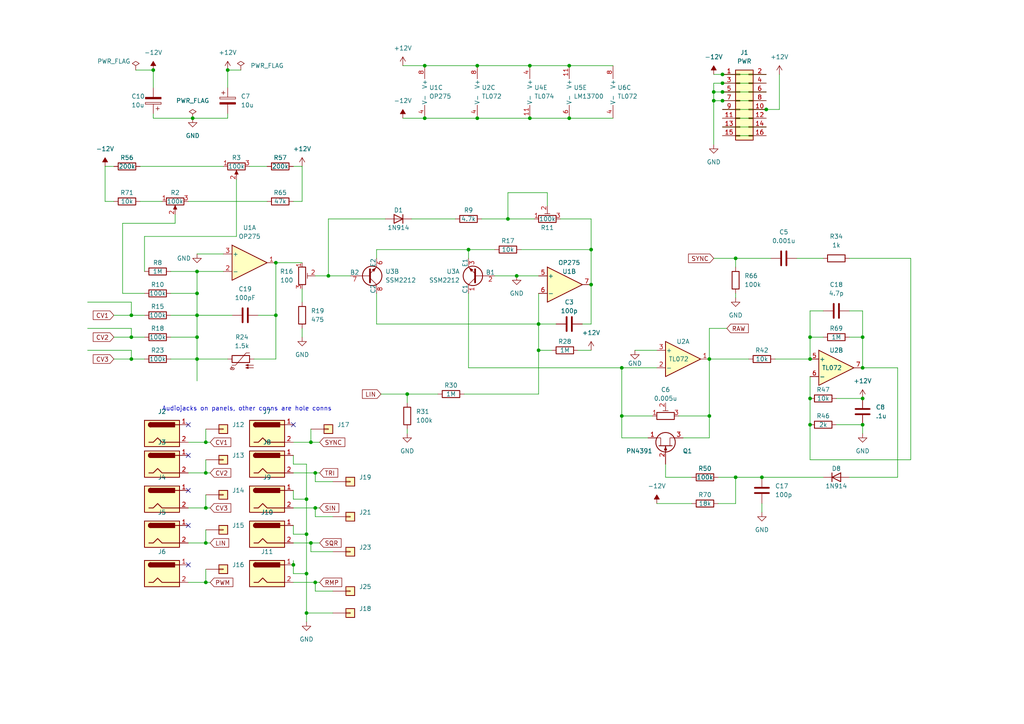
<source format=kicad_sch>
(kicad_sch (version 20211123) (generator eeschema)
  (paper "A4")
  (junction (at 171.45 82.55))
  (junction (at 454.66 73.66))
  (junction (at 213.36 138.43))
  (junction (at 123.19 34.29))
  (junction (at 234.95 104.14))
  (junction (at 88.9 177.8))
  (junction (at 153.67 19.05))
  (junction (at 59.69 147.32))
  (junction (at 433.07 100.33))
  (junction (at 59.69 128.27))
  (junction (at 222.25 31.75))
  (junction (at 415.29 48.26))
  (junction (at 427.99 48.26))
  (junction (at 138.43 19.05))
  (junction (at 490.22 120.65))
  (junction (at 55.88 34.29))
  (junction (at 209.55 24.13))
  (junction (at 90.17 128.27))
  (junction (at 394.97 74.93))
  (junction (at 443.23 116.84))
  (junction (at 123.19 19.05))
  (junction (at 209.55 29.21))
  (junction (at 477.52 50.8))
  (junction (at 153.67 34.29))
  (junction (at 171.45 72.39))
  (junction (at 407.67 113.03))
  (junction (at 59.69 168.91))
  (junction (at 91.44 147.32))
  (junction (at 180.34 120.65))
  (junction (at 118.11 114.3))
  (junction (at 85.09 163.83))
  (junction (at 80.01 91.44))
  (junction (at 156.21 93.98))
  (junction (at 57.15 104.14))
  (junction (at 401.32 33.02))
  (junction (at 220.98 138.43))
  (junction (at 66.04 20.32))
  (junction (at 95.25 80.01))
  (junction (at 415.29 55.88))
  (junction (at 474.98 78.74))
  (junction (at 495.3 71.12))
  (junction (at 406.4 73.66))
  (junction (at 454.66 78.74))
  (junction (at 135.89 72.39))
  (junction (at 378.46 50.8))
  (junction (at 59.69 137.16))
  (junction (at 59.69 157.48))
  (junction (at 205.74 120.65))
  (junction (at 447.04 53.34))
  (junction (at 57.15 85.09))
  (junction (at 406.4 55.88))
  (junction (at 394.97 58.42))
  (junction (at 91.44 168.91))
  (junction (at 370.84 77.47))
  (junction (at 156.21 101.6))
  (junction (at 350.52 45.72))
  (junction (at 88.9 166.37))
  (junction (at 394.97 48.26))
  (junction (at 207.01 26.67))
  (junction (at 250.19 97.79))
  (junction (at 213.36 74.93))
  (junction (at 207.01 29.21))
  (junction (at 539.75 38.1))
  (junction (at 209.55 21.59))
  (junction (at 515.62 27.94))
  (junction (at 165.1 34.29))
  (junction (at 453.39 113.03))
  (junction (at 431.8 63.5))
  (junction (at 234.95 115.57))
  (junction (at 505.46 40.64))
  (junction (at 234.95 97.79))
  (junction (at 38.1 91.44))
  (junction (at 38.1 97.79))
  (junction (at 505.46 58.42))
  (junction (at 497.84 27.94))
  (junction (at 443.23 95.25))
  (junction (at 88.9 154.94))
  (junction (at 250.19 123.19))
  (junction (at 205.74 104.14))
  (junction (at 149.86 80.01))
  (junction (at 44.45 20.32))
  (junction (at 250.19 115.57))
  (junction (at 91.44 137.16))
  (junction (at 57.15 78.74))
  (junction (at 447.04 45.72))
  (junction (at 406.4 69.85))
  (junction (at 57.15 91.44))
  (junction (at 209.55 26.67))
  (junction (at 250.19 106.68))
  (junction (at 90.17 157.48))
  (junction (at 495.3 90.17))
  (junction (at 80.01 76.2))
  (junction (at 407.67 120.65))
  (junction (at 138.43 34.29))
  (junction (at 165.1 19.05))
  (junction (at 180.34 106.68))
  (junction (at 88.9 144.78))
  (junction (at 57.15 97.79))
  (junction (at 496.57 50.8))
  (junction (at 38.1 104.14))
  (junction (at 450.85 123.19))
  (junction (at 234.95 123.19))
  (junction (at 407.67 100.33))
  (junction (at 394.97 85.09))
  (junction (at 147.32 63.5))
  (no_connect (at 521.97 123.19))
  (no_connect (at 519.43 113.03))
  (no_connect (at 509.27 115.57))
  (no_connect (at 494.03 118.11))
  (no_connect (at 509.27 118.11))
  (no_connect (at 417.83 116.84))
  (no_connect (at 85.09 123.19))
  (no_connect (at 54.61 163.83))
  (no_connect (at 54.61 152.4))
  (no_connect (at 54.61 123.19))
  (no_connect (at 54.61 142.24))
  (no_connect (at 54.61 132.08))
  (no_connect (at 510.54 55.88))
  (no_connect (at 508 55.88))
  (wire (pts (xy 59.69 165.1) (xy 59.69 168.91)))
  (wire (pts (xy 209.55 21.59) (xy 222.25 21.59)))
  (wire (pts (xy 198.12 127) (xy 205.74 127)))
  (wire (pts (xy 387.35 113.03) (xy 387.35 109.22)))
  (wire (pts (xy 59.69 124.46) (xy 59.69 128.27)))
  (wire (pts (xy 57.15 104.14) (xy 57.15 110.49)))
  (wire (pts (xy 72.39 48.26) (xy 77.47 48.26)))
  (wire (pts (xy 109.22 85.09) (xy 109.22 93.98)))
  (wire (pts (xy 391.16 95.25) (xy 393.7 95.25)))
  (wire (pts (xy 424.18 85.09) (xy 424.18 95.25)))
  (wire (pts (xy 494.03 50.8) (xy 496.57 50.8)))
  (wire (pts (xy 80.01 76.2) (xy 87.63 76.2)))
  (wire (pts (xy 85.09 154.94) (xy 88.9 154.94)))
  (wire (pts (xy 38.1 104.14) (xy 41.91 104.14)))
  (wire (pts (xy 59.69 137.16) (xy 60.96 137.16)))
  (wire (pts (xy 153.67 19.05) (xy 165.1 19.05)))
  (wire (pts (xy 425.45 55.88) (xy 431.8 55.88)))
  (wire (pts (xy 171.45 93.98) (xy 168.91 93.98)))
  (wire (pts (xy 454.66 78.74) (xy 454.66 87.63)))
  (wire (pts (xy 57.15 91.44) (xy 67.31 91.44)))
  (wire (pts (xy 147.32 55.88) (xy 158.75 55.88)))
  (wire (pts (xy 480.06 97.79) (xy 495.3 97.79)))
  (wire (pts (xy 171.45 82.55) (xy 171.45 93.98)))
  (wire (pts (xy 454.66 68.58) (xy 480.06 68.58)))
  (wire (pts (xy 147.32 63.5) (xy 147.32 55.88)))
  (wire (pts (xy 450.85 123.19) (xy 458.47 123.19)))
  (wire (pts (xy 443.23 123.19) (xy 450.85 123.19)))
  (wire (pts (xy 246.38 90.17) (xy 250.19 90.17)))
  (wire (pts (xy 85.09 166.37) (xy 88.9 166.37)))
  (wire (pts (xy 234.95 133.35) (xy 264.16 133.35)))
  (wire (pts (xy 205.74 104.14) (xy 205.74 120.65)))
  (wire (pts (xy 495.3 71.12) (xy 508 71.12)))
  (wire (pts (xy 167.64 101.6) (xy 171.45 101.6)))
  (wire (pts (xy 88.9 134.62) (xy 88.9 144.78)))
  (wire (pts (xy 193.04 138.43) (xy 200.66 138.43)))
  (wire (pts (xy 91.44 80.01) (xy 95.25 80.01)))
  (wire (pts (xy 417.83 113.03) (xy 407.67 113.03)))
  (wire (pts (xy 85.09 134.62) (xy 88.9 134.62)))
  (wire (pts (xy 379.73 95.25) (xy 383.54 95.25)))
  (wire (pts (xy 474.98 27.94) (xy 486.41 27.94)))
  (wire (pts (xy 49.53 91.44) (xy 57.15 91.44)))
  (wire (pts (xy 44.45 34.29) (xy 55.88 34.29)))
  (wire (pts (xy 25.4 95.25) (xy 38.1 95.25)))
  (wire (pts (xy 431.8 55.88) (xy 431.8 63.5)))
  (wire (pts (xy 515.62 27.94) (xy 509.27 27.94)))
  (wire (pts (xy 87.63 58.42) (xy 85.09 58.42)))
  (wire (pts (xy 490.22 120.65) (xy 490.22 123.19)))
  (wire (pts (xy 90.17 157.48) (xy 92.71 157.48)))
  (wire (pts (xy 490.22 115.57) (xy 490.22 120.65)))
  (wire (pts (xy 379.73 77.47) (xy 370.84 77.47)))
  (wire (pts (xy 260.35 106.68) (xy 260.35 138.43)))
  (wire (pts (xy 95.25 80.01) (xy 101.6 80.01)))
  (wire (pts (xy 209.55 26.67) (xy 222.25 26.67)))
  (wire (pts (xy 433.07 100.33) (xy 429.26 100.33)))
  (wire (pts (xy 515.62 20.32) (xy 509.27 20.32)))
  (wire (pts (xy 505.46 55.88) (xy 505.46 58.42)))
  (wire (pts (xy 415.29 48.26) (xy 415.29 55.88)))
  (wire (pts (xy 207.01 26.67) (xy 207.01 24.13)))
  (wire (pts (xy 66.04 34.29) (xy 66.04 33.02)))
  (wire (pts (xy 414.02 48.26) (xy 415.29 48.26)))
  (wire (pts (xy 54.61 128.27) (xy 59.69 128.27)))
  (wire (pts (xy 85.09 168.91) (xy 91.44 168.91)))
  (wire (pts (xy 392.43 66.04) (xy 394.97 66.04)))
  (wire (pts (xy 220.98 146.05) (xy 220.98 148.59)))
  (wire (pts (xy 242.57 123.19) (xy 250.19 123.19)))
  (wire (pts (xy 57.15 78.74) (xy 64.77 78.74)))
  (wire (pts (xy 406.4 55.88) (xy 406.4 69.85)))
  (wire (pts (xy 59.69 143.51) (xy 59.69 147.32)))
  (wire (pts (xy 515.62 27.94) (xy 515.62 20.32)))
  (wire (pts (xy 156.21 101.6) (xy 160.02 101.6)))
  (wire (pts (xy 180.34 106.68) (xy 190.5 106.68)))
  (wire (pts (xy 74.93 91.44) (xy 80.01 91.44)))
  (wire (pts (xy 66.04 20.32) (xy 66.04 25.4)))
  (wire (pts (xy 180.34 106.68) (xy 180.34 120.65)))
  (wire (pts (xy 91.44 149.86) (xy 96.52 149.86)))
  (wire (pts (xy 453.39 113.03) (xy 453.39 105.41)))
  (wire (pts (xy 109.22 93.98) (xy 156.21 93.98)))
  (wire (pts (xy 54.61 137.16) (xy 59.69 137.16)))
  (wire (pts (xy 40.64 58.42) (xy 46.99 58.42)))
  (wire (pts (xy 207.01 24.13) (xy 209.55 24.13)))
  (wire (pts (xy 91.44 171.45) (xy 96.52 171.45)))
  (wire (pts (xy 433.07 116.84) (xy 443.23 116.84)))
  (wire (pts (xy 394.97 74.93) (xy 401.32 74.93)))
  (wire (pts (xy 407.67 100.33) (xy 407.67 101.6)))
  (wire (pts (xy 190.5 146.05) (xy 200.66 146.05)))
  (wire (pts (xy 495.3 78.74) (xy 495.3 71.12)))
  (wire (pts (xy 85.09 144.78) (xy 88.9 144.78)))
  (wire (pts (xy 392.43 85.09) (xy 394.97 85.09)))
  (wire (pts (xy 165.1 34.29) (xy 177.8 34.29)))
  (wire (pts (xy 515.62 83.82) (xy 515.62 64.77)))
  (wire (pts (xy 118.11 114.3) (xy 118.11 116.84)))
  (wire (pts (xy 123.19 34.29) (xy 138.43 34.29)))
  (wire (pts (xy 443.23 95.25) (xy 443.23 101.6)))
  (wire (pts (xy 66.04 20.32) (xy 69.85 20.32)))
  (wire (pts (xy 127 114.3) (xy 118.11 114.3)))
  (wire (pts (xy 54.61 157.48) (xy 59.69 157.48)))
  (wire (pts (xy 208.28 138.43) (xy 213.36 138.43)))
  (wire (pts (xy 234.95 115.57) (xy 234.95 123.19)))
  (wire (pts (xy 417.83 119.38) (xy 417.83 120.65)))
  (wire (pts (xy 207.01 74.93) (xy 213.36 74.93)))
  (wire (pts (xy 466.09 123.19) (xy 469.9 123.19)))
  (wire (pts (xy 165.1 19.05) (xy 177.8 19.05)))
  (wire (pts (xy 33.02 97.79) (xy 38.1 97.79)))
  (wire (pts (xy 264.16 133.35) (xy 264.16 74.93)))
  (wire (pts (xy 57.15 91.44) (xy 57.15 97.79)))
  (wire (pts (xy 25.4 87.63) (xy 38.1 87.63)))
  (wire (pts (xy 85.09 162.56) (xy 85.09 163.83)))
  (wire (pts (xy 33.02 104.14) (xy 38.1 104.14)))
  (wire (pts (xy 447.04 53.34) (xy 447.04 45.72)))
  (wire (pts (xy 187.96 127) (xy 180.34 127)))
  (wire (pts (xy 95.25 63.5) (xy 111.76 63.5)))
  (wire (pts (xy 508 71.12) (xy 508 80.01)))
  (wire (pts (xy 171.45 82.55) (xy 171.45 72.39)))
  (wire (pts (xy 496.57 50.8) (xy 500.38 50.8)))
  (wire (pts (xy 213.36 77.47) (xy 213.36 74.93)))
  (wire (pts (xy 35.56 64.77) (xy 50.8 64.77)))
  (wire (pts (xy 447.04 85.09) (xy 424.18 85.09)))
  (wire (pts (xy 436.88 95.25) (xy 443.23 95.25)))
  (wire (pts (xy 394.97 85.09) (xy 394.97 74.93)))
  (wire (pts (xy 407.67 120.65) (xy 417.83 120.65)))
  (wire (pts (xy 118.11 124.46) (xy 118.11 125.73)))
  (wire (pts (xy 88.9 154.94) (xy 88.9 166.37)))
  (wire (pts (xy 370.84 77.47) (xy 370.84 85.09)))
  (wire (pts (xy 250.19 97.79) (xy 250.19 106.68)))
  (wire (pts (xy 378.46 50.8) (xy 378.46 58.42)))
  (wire (pts (xy 447.04 38.1) (xy 447.04 31.75)))
  (wire (pts (xy 466.09 113.03) (xy 469.9 113.03)))
  (wire (pts (xy 497.84 45.72) (xy 497.84 27.94)))
  (wire (pts (xy 209.55 39.37) (xy 222.25 39.37)))
  (wire (pts (xy 184.15 101.6) (xy 190.5 101.6)))
  (wire (pts (xy 242.57 115.57) (xy 250.19 115.57)))
  (wire (pts (xy 54.61 168.91) (xy 59.69 168.91)))
  (wire (pts (xy 350.52 45.72) (xy 350.52 46.99)))
  (wire (pts (xy 431.8 78.74) (xy 454.66 78.74)))
  (wire (pts (xy 57.15 78.74) (xy 57.15 85.09)))
  (wire (pts (xy 109.22 72.39) (xy 135.89 72.39)))
  (wire (pts (xy 41.91 68.58) (xy 68.58 68.58)))
  (wire (pts (xy 477.52 50.8) (xy 477.52 52.07)))
  (wire (pts (xy 453.39 105.41) (xy 458.47 105.41)))
  (wire (pts (xy 515.62 48.26) (xy 515.62 27.94)))
  (wire (pts (xy 38.1 97.79) (xy 41.91 97.79)))
  (wire (pts (xy 85.09 152.4) (xy 85.09 154.94)))
  (wire (pts (xy 406.4 69.85) (xy 450.85 69.85)))
  (wire (pts (xy 224.79 104.14) (xy 234.95 104.14)))
  (wire (pts (xy 403.86 100.33) (xy 407.67 100.33)))
  (wire (pts (xy 378.46 50.8) (xy 379.73 50.8)))
  (wire (pts (xy 454.66 73.66) (xy 459.74 73.66)))
  (wire (pts (xy 205.74 95.25) (xy 210.82 95.25)))
  (wire (pts (xy 87.63 83.82) (xy 87.63 87.63)))
  (wire (pts (xy 44.45 33.02) (xy 44.45 34.29)))
  (wire (pts (xy 474.98 73.66) (xy 474.98 78.74)))
  (wire (pts (xy 350.52 44.45) (xy 350.52 45.72)))
  (wire (pts (xy 427.99 48.26) (xy 427.99 53.34)))
  (wire (pts (xy 135.89 72.39) (xy 143.51 72.39)))
  (wire (pts (xy 180.34 120.65) (xy 189.23 120.65)))
  (wire (pts (xy 96.52 177.8) (xy 88.9 177.8)))
  (wire (pts (xy 505.46 58.42) (xy 525.78 58.42)))
  (wire (pts (xy 334.01 40.64) (xy 346.71 40.64)))
  (wire (pts (xy 425.45 63.5) (xy 431.8 63.5)))
  (wire (pts (xy 511.81 83.82) (xy 515.62 83.82)))
  (wire (pts (xy 231.14 74.93) (xy 238.76 74.93)))
  (wire (pts (xy 135.89 106.68) (xy 180.34 106.68)))
  (wire (pts (xy 350.52 54.61) (xy 350.52 58.42)))
  (wire (pts (xy 49.53 104.14) (xy 57.15 104.14)))
  (wire (pts (xy 453.39 113.03) (xy 458.47 113.03)))
  (wire (pts (xy 539.75 35.56) (xy 539.75 38.1)))
  (wire (pts (xy 416.56 29.21) (xy 419.1 29.21)))
  (wire (pts (xy 91.44 147.32) (xy 91.44 149.86)))
  (wire (pts (xy 415.29 48.26) (xy 417.83 48.26)))
  (wire (pts (xy 207.01 26.67) (xy 209.55 26.67)))
  (wire (pts (xy 387.35 99.06) (xy 387.35 101.6)))
  (wire (pts (xy 226.06 31.75) (xy 226.06 21.59)))
  (wire (pts (xy 539.75 38.1) (xy 548.64 38.1)))
  (wire (pts (xy 156.21 93.98) (xy 161.29 93.98)))
  (wire (pts (xy 394.97 48.26) (xy 406.4 48.26)))
  (wire (pts (xy 264.16 74.93) (xy 246.38 74.93)))
  (wire (pts (xy 467.36 78.74) (xy 474.98 78.74)))
  (wire (pts (xy 443.23 53.34) (xy 447.04 53.34)))
  (wire (pts (xy 91.44 137.16) (xy 91.44 139.7)))
  (wire (pts (xy 411.48 95.25) (xy 424.18 95.25)))
  (wire (pts (xy 88.9 144.78) (xy 88.9 154.94)))
  (wire (pts (xy 57.15 104.14) (xy 66.04 104.14)))
  (wire (pts (xy 466.09 105.41) (xy 478.79 105.41)))
  (wire (pts (xy 38.1 101.6) (xy 38.1 104.14)))
  (wire (pts (xy 447.04 53.34) (xy 447.04 85.09)))
  (wire (pts (xy 57.15 97.79) (xy 57.15 104.14)))
  (wire (pts (xy 477.52 50.8) (xy 486.41 50.8)))
  (wire (pts (xy 234.95 123.19) (xy 234.95 133.35)))
  (wire (pts (xy 90.17 160.02) (xy 96.52 160.02)))
  (wire (pts (xy 85.09 142.24) (xy 85.09 144.78)))
  (wire (pts (xy 406.4 73.66) (xy 408.94 73.66)))
  (wire (pts (xy 35.56 85.09) (xy 35.56 64.77)))
  (wire (pts (xy 90.17 157.48) (xy 90.17 160.02)))
  (wire (pts (xy 417.83 114.3) (xy 417.83 113.03)))
  (wire (pts (xy 143.51 80.01) (xy 149.86 80.01)))
  (wire (pts (xy 433.07 99.06) (xy 433.07 100.33)))
  (wire (pts (xy 41.91 78.74) (xy 41.91 68.58)))
  (wire (pts (xy 246.38 97.79) (xy 250.19 97.79)))
  (wire (pts (xy 238.76 90.17) (xy 234.95 90.17)))
  (wire (pts (xy 378.46 58.42) (xy 384.81 58.42)))
  (wire (pts (xy 370.84 77.47) (xy 370.84 66.04)))
  (wire (pts (xy 394.97 66.04) (xy 394.97 58.42)))
  (wire (pts (xy 213.36 74.93) (xy 223.52 74.93)))
  (wire (pts (xy 505.46 40.64) (xy 525.78 40.64)))
  (wire (pts (xy 406.4 73.66) (xy 406.4 78.74)))
  (wire (pts (xy 419.1 33.02) (xy 401.32 33.02)))
  (wire (pts (xy 59.69 157.48) (xy 60.96 157.48)))
  (wire (pts (xy 425.45 48.26) (xy 427.99 48.26)))
  (wire (pts (xy 458.47 45.72) (xy 462.28 45.72)))
  (wire (pts (xy 25.4 101.6) (xy 38.1 101.6)))
  (wire (pts (xy 495.3 90.17) (xy 508 90.17)))
  (wire (pts (xy 90.17 128.27) (xy 92.71 128.27)))
  (wire (pts (xy 59.69 133.35) (xy 59.69 137.16)))
  (wire (pts (xy 85.09 128.27) (xy 90.17 128.27)))
  (wire (pts (xy 205.74 104.14) (xy 205.74 95.25)))
  (wire (pts (xy 474.98 48.26) (xy 474.98 27.94)))
  (wire (pts (xy 234.95 97.79) (xy 234.95 104.14)))
  (wire (pts (xy 407.67 109.22) (xy 407.67 113.03)))
  (wire (pts (xy 207.01 29.21) (xy 209.55 29.21)))
  (wire (pts (xy 38.1 87.63) (xy 38.1 91.44)))
  (wire (pts (xy 33.02 48.26) (xy 30.48 48.26)))
  (wire (pts (xy 80.01 91.44) (xy 80.01 76.2)))
  (wire (pts (xy 156.21 114.3) (xy 156.21 101.6)))
  (wire (pts (xy 368.3 40.64) (xy 372.11 40.64)))
  (wire (pts (xy 147.32 63.5) (xy 154.94 63.5)))
  (wire (pts (xy 401.32 74.93) (xy 401.32 55.88)))
  (wire (pts (xy 433.07 100.33) (xy 433.07 101.6)))
  (wire (pts (xy 91.44 139.7) (xy 96.52 139.7)))
  (wire (pts (xy 354.33 40.64) (xy 360.68 40.64)))
  (wire (pts (xy 405.13 29.21) (xy 408.94 29.21)))
  (wire (pts (xy 68.58 68.58) (xy 68.58 52.07)))
  (wire (pts (xy 394.97 85.09) (xy 398.78 85.09)))
  (wire (pts (xy 415.29 55.88) (xy 417.83 55.88)))
  (wire (pts (xy 431.8 43.18) (xy 419.1 43.18)))
  (wire (pts (xy 387.35 113.03) (xy 407.67 113.03)))
  (wire (pts (xy 209.55 24.13) (xy 222.25 24.13)))
  (wire (pts (xy 222.25 31.75) (xy 226.06 31.75)))
  (wire (pts (xy 474.98 50.8) (xy 477.52 50.8)))
  (wire (pts (xy 156.21 85.09) (xy 156.21 93.98)))
  (wire (pts (xy 443.23 116.84) (xy 443.23 123.19)))
  (wire (pts (xy 539.75 38.1) (xy 539.75 40.64)))
  (wire (pts (xy 454.66 87.63) (xy 480.06 87.63)))
  (wire (pts (xy 55.88 34.29) (xy 66.04 34.29)))
  (wire (pts (xy 508 90.17) (xy 508 87.63)))
  (wire (pts (xy 213.36 138.43) (xy 213.36 146.05)))
  (wire (pts (xy 59.69 153.67) (xy 59.69 157.48)))
  (wire (pts (xy 490.22 120.65) (xy 494.03 120.65)))
  (wire (pts (xy 158.75 55.88) (xy 158.75 59.69)))
  (wire (pts (xy 213.36 85.09) (xy 213.36 86.36)))
  (wire (pts (xy 392.43 31.75) (xy 392.43 29.21)))
  (wire (pts (xy 480.06 78.74) (xy 495.3 78.74)))
  (wire (pts (xy 116.84 34.29) (xy 123.19 34.29)))
  (wire (pts (xy 497.84 27.94) (xy 497.84 20.32)))
  (wire (pts (xy 134.62 114.3) (xy 156.21 114.3)))
  (wire (pts (xy 39.37 20.32) (xy 44.45 20.32)))
  (wire (pts (xy 205.74 120.65) (xy 205.74 127)))
  (wire (pts (xy 135.89 72.39) (xy 135.89 74.93)))
  (wire (pts (xy 419.1 43.18) (xy 419.1 33.02)))
  (wire (pts (xy 429.26 100.33) (xy 429.26 95.25)))
  (wire (pts (xy 427.99 53.34) (xy 435.61 53.34)))
  (wire (pts (xy 95.25 63.5) (xy 95.25 80.01)))
  (wire (pts (xy 401.32 55.88) (xy 406.4 55.88)))
  (wire (pts (xy 350.52 45.72) (xy 379.73 45.72)))
  (wire (pts (xy 162.56 63.5) (xy 171.45 63.5)))
  (wire (pts (xy 138.43 19.05) (xy 153.67 19.05)))
  (wire (pts (xy 403.86 95.25) (xy 403.86 100.33)))
  (wire (pts (xy 220.98 138.43) (xy 238.76 138.43)))
  (wire (pts (xy 234.95 90.17) (xy 234.95 97.79)))
  (wire (pts (xy 171.45 63.5) (xy 171.45 72.39)))
  (wire (pts (xy 57.15 85.09) (xy 57.15 91.44)))
  (wire (pts (xy 85.09 157.48) (xy 90.17 157.48)))
  (wire (pts (xy 80.01 91.44) (xy 80.01 104.14)))
  (wire (pts (xy 30.48 58.42) (xy 33.02 58.42)))
  (wire (pts (xy 54.61 58.42) (xy 77.47 58.42)))
  (wire (pts (xy 406.4 69.85) (xy 406.4 73.66)))
  (wire (pts (xy 447.04 45.72) (xy 450.85 45.72)))
  (wire (pts (xy 407.67 99.06) (xy 407.67 100.33)))
  (wire (pts (xy 414.02 55.88) (xy 415.29 55.88)))
  (wire (pts (xy 207.01 21.59) (xy 209.55 21.59)))
  (wire (pts (xy 171.45 72.39) (xy 151.13 72.39)))
  (wire (pts (xy 213.36 138.43) (xy 220.98 138.43)))
  (wire (pts (xy 508 64.77) (xy 496.57 64.77)))
  (wire (pts (xy 334.01 41.91) (xy 334.01 40.64)))
  (wire (pts (xy 85.09 137.16) (xy 91.44 137.16)))
  (wire (pts (xy 454.66 73.66) (xy 454.66 68.58)))
  (wire (pts (xy 234.95 109.22) (xy 234.95 115.57)))
  (wire (pts (xy 88.9 166.37) (xy 88.9 177.8)))
  (wire (pts (xy 91.44 168.91) (xy 92.71 168.91)))
  (wire (pts (xy 196.85 120.65) (xy 205.74 120.65)))
  (wire (pts (xy 156.21 93.98) (xy 156.21 101.6)))
  (wire (pts (xy 138.43 34.29) (xy 153.67 34.29)))
  (wire (pts (xy 406.4 78.74) (xy 408.94 78.74)))
  (wire (pts (xy 149.86 80.01) (xy 156.21 80.01)))
  (wire (pts (xy 467.36 73.66) (xy 474.98 73.66)))
  (wire (pts (xy 87.63 95.25) (xy 87.63 97.79)))
  (wire (pts (xy 367.03 50.8) (xy 367.03 55.88)))
  (wire (pts (xy 209.55 34.29) (xy 222.25 34.29)))
  (wire (pts (xy 406.4 85.09) (xy 414.02 85.09)))
  (wire (pts (xy 450.85 48.26) (xy 474.98 48.26)))
  (wire (pts (xy 374.65 50.8) (xy 378.46 50.8)))
  (wire (pts (xy 415.29 63.5) (xy 415.29 55.88)))
  (wire (pts (xy 480.06 92.71) (xy 480.06 97.79)))
  (wire (pts (xy 209.55 31.75) (xy 222.25 31.75)))
  (wire (pts (xy 91.44 137.16) (xy 92.71 137.16)))
  (wire (pts (xy 496.57 64.77) (xy 496.57 50.8)))
  (wire (pts (xy 238.76 97.79) (xy 234.95 97.79)))
  (wire (pts (xy 497.84 27.94) (xy 501.65 27.94)))
  (wire (pts (xy 213.36 146.05) (xy 208.28 146.05)))
  (wire (pts (xy 50.8 64.77) (xy 50.8 62.23)))
  (wire (pts (xy 73.66 104.14) (xy 80.01 104.14)))
  (wire (pts (xy 109.22 72.39) (xy 109.22 74.93)))
  (wire (pts (xy 454.66 78.74) (xy 459.74 78.74)))
  (wire (pts (xy 85.09 132.08) (xy 85.09 134.62)))
  (wire (pts (xy 494.03 27.94) (xy 497.84 27.94)))
  (wire (pts (xy 370.84 66.04) (xy 384.81 66.04)))
  (wire (pts (xy 90.17 124.46) (xy 90.17 128.27)))
  (wire (pts (xy 119.38 63.5) (xy 132.08 63.5)))
  (wire (pts (xy 33.02 91.44) (xy 38.1 91.44)))
  (wire (pts (xy 116.84 19.05) (xy 123.19 19.05)))
  (wire (pts (xy 88.9 177.8) (xy 88.9 180.34)))
  (wire (pts (xy 85.09 163.83) (xy 85.09 166.37)))
  (wire (pts (xy 209.55 36.83) (xy 222.25 36.83)))
  (wire (pts (xy 57.15 73.66) (xy 64.77 73.66)))
  (wire (pts (xy 59.69 147.32) (xy 60.96 147.32)))
  (wire (pts (xy 416.56 73.66) (xy 454.66 73.66)))
  (wire (pts (xy 91.44 168.91) (xy 91.44 171.45)))
  (wire (pts (xy 49.53 78.74) (xy 57.15 78.74)))
  (wire (pts (xy 205.74 104.14) (xy 217.17 104.14)))
  (wire (pts (xy 394.97 58.42) (xy 392.43 58.42)))
  (wire (pts (xy 54.61 147.32) (xy 59.69 147.32)))
  (wire (pts (xy 49.53 97.79) (xy 57.15 97.79)))
  (wire (pts (xy 38.1 95.25) (xy 38.1 97.79)))
  (wire (pts (xy 180.34 120.65) (xy 180.34 127)))
  (wire (pts (xy 91.44 147.32) (xy 92.71 147.32)))
  (wire (pts (xy 207.01 41.91) (xy 207.01 29.21)))
  (wire (pts (xy 49.53 85.09) (xy 57.15 85.09)))
  (wire (pts (xy 85.09 48.26) (xy 87.63 48.26)))
  (wire (pts (xy 110.49 114.3) (xy 118.11 114.3)))
  (wire (pts (xy 494.03 115.57) (xy 490.22 115.57)))
  (wire (pts (xy 417.83 63.5) (xy 415.29 63.5)))
  (wire (pts (xy 139.7 63.5) (xy 147.32 63.5)))
  (wire (pts (xy 433.07 109.22) (xy 433.07 114.3)))
  (wire (pts (xy 250.19 106.68) (xy 260.35 106.68)))
  (wire (pts (xy 450.85 69.85) (xy 450.85 48.26)))
  (wire (pts (xy 135.89 85.09) (xy 135.89 106.68)))
  (wire (pts (xy 443.23 116.84) (xy 443.23 109.22)))
  (wire (pts (xy 41.91 85.09) (xy 35.56 85.09)))
  (wire (pts (xy 260.35 138.43) (xy 246.38 138.43)))
  (wire (pts (xy 87.63 48.26) (xy 87.63 58.42)))
  (wire (pts (xy 123.19 19.05) (xy 138.43 19.05)))
  (wire (pts (xy 59.69 168.91) (xy 60.96 168.91)))
  (wire (pts (xy 40.64 48.26) (xy 64.77 48.26)))
  (wire (pts (xy 497.84 20.32) (xy 501.65 20.32)))
  (wire (pts (xy 250.19 90.17) (xy 250.19 97.79)))
  (wire (pts (xy 515.62 27.94) (xy 539.75 27.94)))
  (wire (pts (xy 85.09 147.32) (xy 91.44 147.32)))
  (wire (pts (xy 500.38 45.72) (xy 497.84 45.72)))
  (wire (pts (xy 30.48 48.26) (xy 30.48 58.42)))
  (wire (pts (xy 392.43 29.21) (xy 397.51 29.21)))
  (wire (pts (xy 153.67 34.29) (xy 165.1 34.29)))
  (wire (pts (xy 38.1 91.44) (xy 41.91 91.44)))
  (wire (pts (xy 495.3 97.79) (xy 495.3 90.17)))
  (wire (pts (xy 505.46 38.1) (xy 505.46 40.64)))
  (wire (pts (xy 44.45 20.32) (xy 44.45 25.4)))
  (wire (pts (xy 394.97 48.26) (xy 394.97 58.42)))
  (wire (pts (xy 431.8 38.1) (xy 447.04 38.1)))
  (wire (pts (xy 193.04 134.62) (xy 193.04 138.43)))
  (wire (pts (xy 250.19 123.19) (xy 250.19 125.73)))
  (wire (pts (xy 427.99 48.26) (xy 431.8 48.26)))
  (wire (pts (xy 370.84 85.09) (xy 384.81 85.09)))
  (wire (pts (xy 431.8 34.29) (xy 431.8 38.1)))
  (wire (pts (xy 59.69 128.27) (xy 60.96 128.27)))
  (wire (pts (xy 209.55 29.21) (xy 222.25 29.21)))
  (wire (pts (xy 480.06 73.66) (xy 480.06 78.74)))
  (wire (pts (xy 207.01 29.21) (xy 207.01 26.67)))
  (text "Audiojacks on panels, other conns are hole conns" (at 46.99 119.38 0) (effects (font (size 1.27 1.27)) (justify left bottom)))
  (global_label "PWM" (shape input) (at 60.96 168.91 0) (property "Intersheet References" "${INTERSHEET_REFS}" (effects hide)))
  (global_label "CV2" (shape input) (at 33.02 97.79 180) (property "Intersheet References" "${INTERSHEET_REFS}" (effects hide)))
  (global_label "LIN" (shape input) (at 60.96 157.48 0) (property "Intersheet References" "${INTERSHEET_REFS}" (effects hide)))
  (global_label "CV1" (shape input) (at 33.02 91.44 180) (property "Intersheet References" "${INTERSHEET_REFS}" (effects hide)))
  (global_label "SIN" (shape input) (at 92.71 147.32 0) (property "Intersheet References" "${INTERSHEET_REFS}" (effects hide)))
  (global_label "SYNC" (shape input) (at 207.01 74.93 180) (property "Intersheet References" "${INTERSHEET_REFS}" (effects hide)))
  (global_label "SIN" (shape input) (at 478.79 105.41 0) (property "Intersheet References" "${INTERSHEET_REFS}" (effects hide)))
  (global_label "SYNC" (shape input) (at 92.71 128.27 0) (property "Intersheet References" "${INTERSHEET_REFS}" (effects hide)))
  (global_label "CV2" (shape input) (at 60.96 137.16 0) (property "Intersheet References" "${INTERSHEET_REFS}" (effects hide)))
  (global_label "RMP" (shape input) (at 92.71 168.91 0) (property "Intersheet References" "${INTERSHEET_REFS}" (effects hide)))
  (global_label "LIN" (shape input) (at 110.49 114.3 180) (property "Intersheet References" "${INTERSHEET_REFS}" (effects hide)))
  (global_label "TRI" (shape input) (at 92.71 137.16 0) (property "Intersheet References" "${INTERSHEET_REFS}" (effects hide)))
  (global_label "RMP" (shape input) (at 414.02 85.09 0) (property "Intersheet References" "${INTERSHEET_REFS}" (effects hide)))
  (global_label "SQR" (shape input) (at 92.71 157.48 0) (property "Intersheet References" "${INTERSHEET_REFS}" (effects hide)))
  (global_label "RAW" (shape input) (at 210.82 95.25 0) (property "Intersheet References" "${INTERSHEET_REFS}" (effects hide)))
  (global_label "SQR" (shape input) (at 548.64 38.1 0) (property "Intersheet References" "${INTERSHEET_REFS}" (effects hide)))
  (global_label "CV1" (shape input) (at 60.96 128.27 0) (property "Intersheet References" "${INTERSHEET_REFS}" (effects hide)))
  (global_label "PWM" (shape input) (at 474.98 50.8 180) (property "Intersheet References" "${INTERSHEET_REFS}" (effects hide)))
  (global_label "RAW" (shape input) (at 367.03 55.88 0) (property "Intersheet References" "${INTERSHEET_REFS}" (effects hide)))
  (global_label "CV3" (shape input) (at 60.96 147.32 0) (property "Intersheet References" "${INTERSHEET_REFS}" (effects hide)))
  (global_label "CV3" (shape input) (at 33.02 104.14 180) (property "Intersheet References" "${INTERSHEET_REFS}" (effects hide)))
  (global_label "TRI" (shape input) (at 462.28 45.72 0) (property "Intersheet References" "${INTERSHEET_REFS}" (effects hide)))
  (symbol (lib_id "Diode:1N914") (at 242.57 138.43 0) (unit 1)
    (property "Reference" "D8" (at 242.57 135.89 0))
    (property "Value" "1N914" (at 242.57 140.97 0))
    (property "Footprint" "Diode_THT:D_DO-35_SOD27_P7.62mm_Horizontal" (effects hide))
    (property "Datasheet" "http://www.vishay.com/docs/85622/1n914.pdf" (effects hide))
  )
  (symbol (lib_id "power:GND") (at 88.9 180.34 0) (unit 1)
    (property "Reference" "#PWR0145" (effects hide))
    (property "Value" "GND" (at 88.9 185.42 0))
  )
  (symbol (lib_id "Connector:Jack-DC") (at 77.47 166.37 0) (unit 1)
    (property "Reference" "J11" (at 77.47 160.02 0))
    (property "Value" "AudioJack2" (effects hide))
  )
  (symbol (lib_id "Device:R") (at 45.72 104.14 90) (unit 1)
    (property "Reference" "R23" (at 45.72 101.6 90))
    (property "Value" "100k" (at 45.72 104.14 90))
  )
  (symbol (lib_id "power:GND") (at 474.98 78.74 0) (unit 1)
    (property "Reference" "#PWR0141" (effects hide))
    (property "Value" "GND" (at 474.98 83.82 0))
  )
  (symbol (lib_id "Connector_Generic:Conn_01x01") (at 101.6 171.45 0) (unit 1) (in_bom no)
    (property "Reference" "J25" (at 104.14 170.1799 0) (effects (justify left)))
    (property "Value" "Conn_01x01" (effects hide))
  )
  (symbol (lib_id "Device:R_Potentiometer") (at 508 83.82 0) (mirror x) (unit 1)
    (property "Reference" "R39" (at 505.46 82.5499 0) (effects (justify right)))
    (property "Value" "100k" (at 505.46 85.0899 0) (effects (justify right)))
  )
  (symbol (lib_id "power:GND") (at 407.67 120.65 0) (unit 1)
    (property "Reference" "#PWR0128" (effects hide))
    (property "Value" "GND" (at 407.67 125.73 0))
  )
  (symbol (lib_id "Device:R") (at 511.81 64.77 90) (unit 1)
    (property "Reference" "R35" (at 511.81 62.23 90))
    (property "Value" "10k" (at 511.81 64.77 90))
  )
  (symbol (lib_id "Device:R") (at 443.23 105.41 0) (unit 1)
    (property "Reference" "R45" (at 445.77 104.1399 0) (effects (justify left)))
    (property "Value" "1M" (at 445.77 106.6799 0) (effects (justify left)))
  )
  (symbol (lib_id "power:-12V") (at 469.9 113.03 0) (unit 1)
    (property "Reference" "#PWR0132" (effects hide))
    (property "Value" "-12V" (at 471.17 107.95 0))
  )
  (symbol (lib_id "power:GND") (at 213.36 86.36 0) (unit 1)
    (property "Reference" "#PWR0111" (effects hide))
    (property "Value" "GND" (at 213.36 91.44 0))
  )
  (symbol (lib_id "dhk:R_Potentiometer_Trim_Top") (at 387.35 95.25 90) (mirror x) (unit 1)
    (property "Reference" "R60" (at 387.35 92.71 90))
    (property "Value" "100k" (at 387.35 95.25 90))
  )
  (symbol (lib_id "Device:R") (at 36.83 58.42 90) (unit 1)
    (property "Reference" "R71" (at 36.83 55.88 90))
    (property "Value" "10k" (at 36.83 58.42 90))
  )
  (symbol (lib_id "Device:C") (at 242.57 90.17 90) (unit 1)
    (property "Reference" "C18" (at 242.57 82.55 90))
    (property "Value" "4.7p" (at 242.57 85.09 90))
  )
  (symbol (lib_id "Device:C_Polarized") (at 66.04 29.21 0) (unit 1)
    (property "Reference" "C7" (at 69.85 27.94 0) (effects (justify left)))
    (property "Value" "10u" (at 69.85 30.48 0) (effects (justify left)))
  )
  (symbol (lib_id "Device:R") (at 490.22 50.8 90) (unit 1)
    (property "Reference" "R40" (at 490.22 48.26 90))
    (property "Value" "10k" (at 490.22 50.8 90))
  )
  (symbol (lib_id "Diode:1N914") (at 410.21 48.26 0) (mirror y) (unit 1)
    (property "Reference" "D2" (at 410.21 45.72 0))
    (property "Value" "1N914" (at 410.21 50.8 0))
    (property "Footprint" "Diode_THT:D_DO-35_SOD27_P7.62mm_Horizontal" (effects hide))
    (property "Datasheet" "http://www.vishay.com/docs/85622/1n914.pdf" (effects hide))
  )
  (symbol (lib_id "Device:R") (at 45.72 85.09 90) (unit 1)
    (property "Reference" "R10" (at 45.72 82.55 90))
    (property "Value" "100k" (at 45.72 85.09 90))
  )
  (symbol (lib_id "Device:R") (at 539.75 31.75 0) (unit 1)
    (property "Reference" "R36" (at 542.29 30.4799 0) (effects (justify left)))
    (property "Value" "4.7k" (at 542.29 33.0199 0) (effects (justify left)))
  )
  (symbol (lib_id "power:-12V") (at 505.46 58.42 0) (mirror x) (unit 1)
    (property "Reference" "#PWR0140" (effects hide))
    (property "Value" "-12V" (at 500.38 58.42 0))
  )
  (symbol (lib_id "Connector:Jack-DC") (at 46.99 154.94 0) (unit 1)
    (property "Reference" "J5" (at 46.99 148.59 0))
    (property "Value" "AudioJack2" (effects hide))
  )
  (symbol (lib_id "Device:R") (at 118.11 120.65 0) (unit 1)
    (property "Reference" "R31" (at 120.65 119.3799 0) (effects (justify left)))
    (property "Value" "100k" (at 120.65 121.9199 0) (effects (justify left)))
  )
  (symbol (lib_id "Device:C") (at 421.64 63.5 90) (unit 1)
    (property "Reference" "C14" (at 421.64 59.69 90))
    (property "Value" "0.002u" (at 421.64 67.31 90))
  )
  (symbol (lib_id "Device:R") (at 388.62 58.42 90) (unit 1)
    (property "Reference" "R20" (at 388.62 55.88 90))
    (property "Value" "47k" (at 388.62 58.42 90))
  )
  (symbol (lib_id "Diode:1N914") (at 412.75 78.74 0) (unit 1)
    (property "Reference" "D7" (at 412.75 81.28 0))
    (property "Value" "1N914" (at 412.75 81.28 0))
    (property "Footprint" "Diode_THT:D_DO-35_SOD27_P7.62mm_Horizontal" (effects hide))
    (property "Datasheet" "http://www.vishay.com/docs/85622/1n914.pdf" (effects hide))
  )
  (symbol (lib_id "dhk:R_Potentiometer_Trim_Top") (at 193.04 120.65 90) (unit 1)
    (property "Reference" "C6" (at 193.04 113.03 90))
    (property "Value" "0.005u" (at 193.04 115.57 90))
  )
  (symbol (lib_id "Amplifier_Operational:LM13700") (at 521.97 115.57 270) (mirror x) (unit 2)
    (property "Reference" "U5" (at 528.32 116.8399 90) (effects (justify left)))
    (property "Value" "LM13700" (at 528.32 119.3799 90) (effects (justify left)))
    (property "Datasheet" "http://www.ti.com/lit/ds/symlink/lm13700.pdf" (effects hide))
  )
  (symbol (lib_id "Device:R") (at 407.67 116.84 0) (unit 1)
    (property "Reference" "R51" (at 410.21 115.5699 0) (effects (justify left)))
    (property "Value" "1k" (at 410.21 118.1099 0) (effects (justify left)))
  )
  (symbol (lib_id "Diode:1N914") (at 410.21 55.88 0) (mirror y) (unit 1)
    (property "Reference" "D3" (at 410.21 53.34 0))
    (property "Value" "1N914" (at 410.21 58.42 0))
    (property "Footprint" "Diode_THT:D_DO-35_SOD27_P7.62mm_Horizontal" (effects hide))
    (property "Datasheet" "http://www.vishay.com/docs/85622/1n914.pdf" (effects hide))
  )
  (symbol (lib_id "Device:C") (at 505.46 27.94 90) (unit 1)
    (property "Reference" "C4" (at 505.46 24.13 90))
    (property "Value" "10p" (at 505.46 31.75 90))
  )
  (symbol (lib_id "power:GND") (at 55.88 34.29 0) (unit 1)
    (property "Reference" "#PWR0104" (effects hide))
    (property "Value" "GND" (at 55.88 39.37 0))
  )
  (symbol (lib_id "Amplifier_Operational:OP275") (at 72.39 76.2 0) (unit 1)
    (property "Reference" "U1" (at 72.39 66.04 0))
    (property "Value" "OP275" (at 72.39 68.58 0))
    (property "Datasheet" "https://www.analog.com/media/en/technical-documentation/data-sheets/OP275.pdf" (effects hide))
  )
  (symbol (lib_id "Device:R") (at 238.76 123.19 90) (unit 1)
    (property "Reference" "R46" (at 238.76 120.65 90))
    (property "Value" "2k" (at 238.76 123.19 90))
  )
  (symbol (lib_id "power:GND") (at 379.73 72.39 0) (unit 1)
    (property "Reference" "#PWR0127" (effects hide))
    (property "Value" "GND" (at 375.92 72.39 0))
  )
  (symbol (lib_id "power:GND") (at 469.9 123.19 0) (unit 1)
    (property "Reference" "#PWR0133" (effects hide))
    (property "Value" "GND" (at 469.9 128.27 0))
  )
  (symbol (lib_id "Device:R") (at 87.63 91.44 0) (unit 1)
    (property "Reference" "R19" (at 90.17 90.1699 0) (effects (justify left)))
    (property "Value" "475" (at 90.17 92.7099 0) (effects (justify left)))
  )
  (symbol (lib_id "Connector_Generic:Conn_01x01") (at 101.6 177.8 0) (unit 1) (in_bom no)
    (property "Reference" "J18" (at 104.14 176.5299 0) (effects (justify left)))
    (property "Value" "Conn_01x01" (effects hide))
  )
  (symbol (lib_id "Amplifier_Operational:TL072") (at 180.34 26.67 0) (unit 3)
    (property "Reference" "U6" (at 179.07 25.3999 0) (effects (justify left)))
    (property "Value" "TL072" (at 179.07 27.9399 0) (effects (justify left)))
    (property "Datasheet" "http://www.ti.com/lit/ds/symlink/tl071.pdf" (effects hide))
  )
  (symbol (lib_id "power:GND") (at 350.52 58.42 0) (unit 1)
    (property "Reference" "#PWR0113" (effects hide))
    (property "Value" "GND" (at 350.52 63.5 0))
  )
  (symbol (lib_id "Connector:Jack-DC") (at 46.99 134.62 0) (unit 1)
    (property "Reference" "J3" (at 46.99 128.27 0))
    (property "Value" "AudioJack2" (effects hide))
  )
  (symbol (lib_id "Device:C") (at 350.52 50.8 0) (unit 1)
    (property "Reference" "C1" (at 354.33 49.5299 0) (effects (justify left)))
    (property "Value" "0.1u" (at 354.33 52.0699 0) (effects (justify left)))
  )
  (symbol (lib_id "power:GND") (at 392.43 31.75 0) (unit 1)
    (property "Reference" "#PWR0122" (effects hide))
    (property "Value" "GND" (at 392.43 36.83 0))
  )
  (symbol (lib_id "Device:R") (at 238.76 115.57 90) (unit 1)
    (property "Reference" "R47" (at 238.76 113.03 90))
    (property "Value" "10k" (at 238.76 115.57 90))
  )
  (symbol (lib_id "Device:R") (at 36.83 48.26 90) (unit 1)
    (property "Reference" "R56" (at 36.83 45.72 90))
    (property "Value" "200k" (at 36.83 48.26 90))
  )
  (symbol (lib_id "Device:R") (at 388.62 85.09 90) (unit 1)
    (property "Reference" "R32" (at 388.62 82.55 90))
    (property "Value" "10k" (at 388.62 85.09 90))
  )
  (symbol (lib_id "Device:R") (at 387.35 105.41 0) (unit 1)
    (property "Reference" "R61" (at 389.89 104.1399 0) (effects (justify left)))
    (property "Value" "470k" (at 389.89 106.6799 0) (effects (justify left)))
  )
  (symbol (lib_id "power:GND") (at 334.01 41.91 0) (unit 1)
    (property "Reference" "#PWR0112" (effects hide))
    (property "Value" "GND" (at 334.01 46.99 0))
  )
  (symbol (lib_id "dhk:R_Potentiometer_Trim_Top") (at 401.32 29.21 90) (mirror x) (unit 1)
    (property "Reference" "R7" (at 401.32 22.86 90))
    (property "Value" "10k" (at 401.32 25.4 90))
  )
  (symbol (lib_id "power:GND") (at 490.22 123.19 0) (unit 1)
    (property "Reference" "#PWR0134" (effects hide))
    (property "Value" "GND" (at 490.22 128.27 0))
  )
  (symbol (lib_id "power:-12V") (at 190.5 146.05 0) (unit 1)
    (property "Reference" "#PWR0120" (effects hide))
    (property "Value" "-12V" (at 190.5 140.97 0))
  )
  (symbol (lib_id "Connector_Generic:Conn_01x01") (at 101.6 149.86 0) (unit 1) (in_bom no)
    (property "Reference" "J21" (at 104.14 148.5899 0) (effects (justify left)))
    (property "Value" "Conn_01x01" (effects hide))
  )
  (symbol (lib_id "Device:R") (at 81.28 58.42 90) (unit 1)
    (property "Reference" "R65" (at 81.28 55.88 90))
    (property "Value" "47k" (at 81.28 58.42 90))
  )
  (symbol (lib_id "Diode:1N914") (at 115.57 63.5 0) (mirror y) (unit 1)
    (property "Reference" "D1" (at 115.57 60.96 0))
    (property "Value" "1N914" (at 115.57 66.04 0))
    (property "Footprint" "Diode_THT:D_DO-35_SOD27_P7.62mm_Horizontal" (effects hide))
    (property "Datasheet" "http://www.vishay.com/docs/85622/1n914.pdf" (effects hide))
  )
  (symbol (lib_id "power:GND") (at 184.15 101.6 0) (unit 1)
    (property "Reference" "#PWR0108" (effects hide))
    (property "Value" "GND" (at 184.15 105.41 0))
  )
  (symbol (lib_id "power:-12V") (at 379.73 95.25 0) (unit 1)
    (property "Reference" "#PWR0129" (effects hide))
    (property "Value" "-12V" (at 379.73 90.17 0))
  )
  (symbol (lib_id "Device:R") (at 505.46 20.32 90) (unit 1)
    (property "Reference" "R68" (at 505.46 17.78 90))
    (property "Value" "10M" (at 505.46 20.32 90))
  )
  (symbol (lib_id "Device:R") (at 477.52 55.88 180) (unit 1)
    (property "Reference" "R67" (at 480.06 54.6099 0) (effects (justify right)))
    (property "Value" "100k" (at 480.06 57.1499 0) (effects (justify right)))
  )
  (symbol (lib_id "Connector:Jack-DC") (at 77.47 134.62 0) (unit 1)
    (property "Reference" "J8" (at 77.47 128.27 0))
    (property "Value" "AudioJack2" (effects hide))
  )
  (symbol (lib_id "Amplifier_Operational:TL074") (at 387.35 48.26 0) (unit 1)
    (property "Reference" "U4" (at 388.62 44.45 0))
    (property "Value" "TL074" (at 386.08 48.26 0))
    (property "Datasheet" "http://www.ti.com/lit/ds/symlink/tl071.pdf" (effects hide))
  )
  (symbol (lib_id "Device:R") (at 421.64 48.26 90) (unit 1)
    (property "Reference" "R13" (at 421.64 45.72 90))
    (property "Value" "10k" (at 421.64 48.26 90))
  )
  (symbol (lib_id "power:-12V") (at 207.01 21.59 0) (unit 1)
    (property "Reference" "#PWR0143" (effects hide))
    (property "Value" "-12V" (at 207.01 16.51 0))
  )
  (symbol (lib_id "Amplifier_Operational:OP275") (at 125.73 26.67 0) (unit 3)
    (property "Reference" "U1" (at 124.46 25.3999 0) (effects (justify left)))
    (property "Value" "OP275" (at 124.46 27.9399 0) (effects (justify left)))
    (property "Datasheet" "https://www.analog.com/media/en/technical-documentation/data-sheets/OP275.pdf" (effects hide))
  )
  (symbol (lib_id "Device:Q_NJFET_DGS") (at 193.04 129.54 90) (unit 1)
    (property "Reference" "Q1" (at 199.39 130.81 90))
    (property "Value" "PN4391" (at 185.42 130.81 90))
  )
  (symbol (lib_id "Device:R") (at 163.83 101.6 90) (unit 1)
    (property "Reference" "R28" (at 163.83 99.06 90))
    (property "Value" "1M" (at 163.83 101.6 90))
  )
  (symbol (lib_id "power:GND") (at 220.98 148.59 0) (unit 1)
    (property "Reference" "#PWR0109" (effects hide))
    (property "Value" "GND" (at 220.98 153.67 0))
  )
  (symbol (lib_id "Device:R") (at 462.28 105.41 90) (unit 1)
    (property "Reference" "R49" (at 462.28 102.87 90))
    (property "Value" "1k" (at 462.28 105.41 90))
  )
  (symbol (lib_id "Device:R") (at 220.98 104.14 90) (unit 1)
    (property "Reference" "R42" (at 220.98 101.6 90))
    (property "Value" "10k" (at 220.98 104.14 90))
  )
  (symbol (lib_id "Device:R") (at 490.22 27.94 90) (unit 1)
    (property "Reference" "R29" (at 490.22 25.4 90))
    (property "Value" "100k" (at 490.22 27.94 90))
  )
  (symbol (lib_id "power:+12V") (at 116.84 19.05 0) (unit 1)
    (property "Reference" "#PWR0118" (effects hide))
    (property "Value" "+12V" (at 116.84 13.97 0))
  )
  (symbol (lib_id "power:-12V") (at 431.8 63.5 0) (mirror x) (unit 1)
    (property "Reference" "#PWR0126" (effects hide))
    (property "Value" "-12V" (at 431.8 68.58 0))
  )
  (symbol (lib_id "Device:C") (at 227.33 74.93 90) (unit 1)
    (property "Reference" "C5" (at 227.33 67.31 90))
    (property "Value" "0.001u" (at 227.33 69.85 90))
  )
  (symbol (lib_id "Diode:1N914") (at 420.37 78.74 0) (unit 1)
    (property "Reference" "D6" (at 420.37 81.28 0))
    (property "Value" "1N914" (at 420.37 81.28 0))
    (property "Footprint" "Diode_THT:D_DO-35_SOD27_P7.62mm_Horizontal" (effects hide))
    (property "Datasheet" "http://www.vishay.com/docs/85622/1n914.pdf" (effects hide))
  )
  (symbol (lib_id "Device:R") (at 462.28 113.03 90) (unit 1)
    (property "Reference" "R52" (at 462.28 110.49 90))
    (property "Value" "4.7k" (at 462.28 113.03 90))
  )
  (symbol (lib_id "power:PWR_FLAG") (at 69.85 20.32 0) (unit 1)
    (property "Reference" "#FLG0101" (effects hide))
    (property "Value" "PWR_FLAG" (at 77.47 19.05 0))
  )
  (symbol (lib_id "Device:R") (at 242.57 97.79 90) (unit 1)
    (property "Reference" "R69" (at 242.57 95.25 90))
    (property "Value" "1M" (at 242.57 97.79 90))
  )
  (symbol (lib_id "power:GND") (at 57.15 73.66 0) (unit 1)
    (property "Reference" "#PWR0101" (effects hide))
    (property "Value" "GND" (at 53.34 74.93 0))
  )
  (symbol (lib_id "power:PWR_FLAG") (at 55.88 34.29 0) (unit 1)
    (property "Reference" "#FLG0103" (effects hide))
    (property "Value" "PWR_FLAG" (at 55.88 29.21 0))
  )
  (symbol (lib_id "Device:R") (at 370.84 50.8 90) (unit 1)
    (property "Reference" "R12" (at 370.84 48.26 90))
    (property "Value" "10k" (at 370.84 50.8 90))
  )
  (symbol (lib_id "Device:R") (at 135.89 63.5 90) (unit 1)
    (property "Reference" "R9" (at 135.89 60.96 90))
    (property "Value" "4.7k" (at 135.89 63.5 90))
  )
  (symbol (lib_id "dhk:C_Tantalum") (at 463.55 78.74 270) (unit 1)
    (property "Reference" "C12" (at 462.28 82.55 90))
    (property "Value" "1u" (at 467.36 82.55 90))
  )
  (symbol (lib_id "Transistor_BJT:SSM2210") (at 106.68 80.01 0) (mirror x) (unit 2)
    (property "Reference" "U3" (at 111.76 78.7399 0) (effects (justify left)))
    (property "Value" "SSM2212" (at 111.76 81.2799 0) (effects (justify left)))
    (property "Datasheet" "https://www.analog.com/media/en/technical-documentation/obsolete-data-sheets/SSM2210.pdf" (effects hide))
  )
  (symbol (lib_id "Device:C") (at 71.12 91.44 90) (unit 1)
    (property "Reference" "C19" (at 71.12 83.82 90))
    (property "Value" "100pF" (at 71.12 86.36 90))
  )
  (symbol (lib_id "power:-12V") (at 44.45 20.32 0) (unit 1)
    (property "Reference" "#PWR0102" (effects hide))
    (property "Value" "-12V" (at 44.45 15.24 0))
  )
  (symbol (lib_id "Amplifier_Operational:TL074") (at 439.42 31.75 0) (unit 4)
    (property "Reference" "U4" (at 439.42 21.59 0))
    (property "Value" "TL074" (at 439.42 24.13 0))
    (property "Datasheet" "http://www.ti.com/lit/ds/symlink/tl071.pdf" (effects hide))
  )
  (symbol (lib_id "Device:R") (at 454.66 45.72 90) (unit 1)
    (property "Reference" "R22" (at 454.66 43.18 90))
    (property "Value" "1k" (at 454.66 45.72 90))
  )
  (symbol (lib_id "Diode:1N914") (at 427.99 78.74 0) (unit 1)
    (property "Reference" "D5" (at 427.99 81.28 0))
    (property "Value" "1N914" (at 427.99 81.28 0))
    (property "Footprint" "Diode_THT:D_DO-35_SOD27_P7.62mm_Horizontal" (effects hide))
    (property "Datasheet" "http://www.vishay.com/docs/85622/1n914.pdf" (effects hide))
  )
  (symbol (lib_id "Connector_Generic:Conn_01x01") (at 64.77 153.67 0) (unit 1) (in_bom no)
    (property "Reference" "J15" (at 67.31 152.3999 0) (effects (justify left)))
    (property "Value" "Conn_01x01" (effects hide))
  )
  (symbol (lib_id "power:GND") (at 477.52 59.69 0) (unit 1)
    (property "Reference" "#PWR0135" (effects hide))
    (property "Value" "GND" (at 477.52 64.77 0))
  )
  (symbol (lib_id "Amplifier_Operational:TL072") (at 242.57 106.68 0) (unit 2)
    (property "Reference" "U2" (at 242.57 101.6 0))
    (property "Value" "TL072" (at 241.3 106.68 0))
    (property "Datasheet" "http://www.ti.com/lit/ds/symlink/tl071.pdf" (effects hide))
  )
  (symbol (lib_id "dhk:R_Potentiometer_Trim_Top") (at 407.67 95.25 90) (mirror x) (unit 1)
    (property "Reference" "R64" (at 407.67 92.71 90))
    (property "Value" "100k" (at 407.67 95.25 90))
  )
  (symbol (lib_id "Connector_Generic:Conn_01x01") (at 101.6 139.7 0) (unit 1) (in_bom no)
    (property "Reference" "J19" (at 104.14 138.4299 0) (effects (justify left)))
    (property "Value" "Conn_01x01" (effects hide))
  )
  (symbol (lib_id "dhk:C_Tantalum") (at 463.55 73.66 90) (unit 1)
    (property "Reference" "C13" (at 462.28 69.85 90))
    (property "Value" "1u" (at 467.36 69.85 90))
  )
  (symbol (lib_id "power:+12V") (at 443.23 95.25 0) (unit 1)
    (property "Reference" "#PWR0131" (effects hide))
    (property "Value" "+12V" (at 443.23 90.17 0))
  )
  (symbol (lib_id "Connector:Jack-DC") (at 77.47 125.73 0) (unit 1)
    (property "Reference" "J7" (at 77.47 119.38 0))
    (property "Value" "AudioJack2" (effects hide))
  )
  (symbol (lib_id "Device:C") (at 525.78 44.45 0) (unit 1)
    (property "Reference" "C15" (at 529.59 43.1799 0) (effects (justify left)))
    (property "Value" ".1u" (at 529.59 45.7199 0) (effects (justify left)))
  )
  (symbol (lib_id "Connector_Generic:Conn_01x01") (at 95.25 124.46 0) (unit 1) (in_bom no)
    (property "Reference" "J17" (at 97.79 123.1899 0) (effects (justify left)))
    (property "Value" "Conn_01x01" (effects hide))
  )
  (symbol (lib_id "Amplifier_Operational:TL072") (at 140.97 26.67 0) (unit 3)
    (property "Reference" "U2" (at 139.7 25.3999 0) (effects (justify left)))
    (property "Value" "TL072" (at 139.7 27.9399 0) (effects (justify left)))
    (property "Datasheet" "http://www.ti.com/lit/ds/symlink/tl071.pdf" (effects hide))
  )
  (symbol (lib_id "Device:C_Polarized") (at 44.45 29.21 180) (unit 1)
    (property "Reference" "C10" (at 38.1 27.94 0) (effects (justify right)))
    (property "Value" "10u" (at 38.1 30.48 0) (effects (justify right)))
  )
  (symbol (lib_id "power:GND") (at 525.78 48.26 0) (unit 1)
    (property "Reference" "#PWR0138" (effects hide))
    (property "Value" "GND" (at 525.78 53.34 0))
  )
  (symbol (lib_id "power:GND") (at 401.32 40.64 0) (unit 1)
    (property "Reference" "#PWR0125" (effects hide))
    (property "Value" "GND" (at 401.32 45.72 0))
  )
  (symbol (lib_id "Device:R") (at 364.49 40.64 90) (unit 1)
    (property "Reference" "R6" (at 364.49 38.1 90))
    (property "Value" "100k" (at 364.49 40.64 90))
  )
  (symbol (lib_id "power:+12V") (at 87.63 48.26 0) (unit 1)
    (property "Reference" "#PWR0115" (effects hide))
    (property "Value" "+12V" (at 87.63 43.18 0))
  )
  (symbol (lib_id "power:-12V") (at 116.84 34.29 0) (unit 1)
    (property "Reference" "#PWR0119" (effects hide))
    (property "Value" "-12V" (at 116.84 29.21 0))
  )
  (symbol (lib_id "Device:R") (at 388.62 66.04 90) (unit 1)
    (property "Reference" "R25" (at 388.62 63.5 90))
    (property "Value" "10k" (at 388.62 66.04 90))
  )
  (symbol (lib_id "Connector_Generic:Conn_01x01") (at 64.77 133.35 0) (unit 1) (in_bom no)
    (property "Reference" "J13" (at 67.31 132.0799 0) (effects (justify left)))
    (property "Value" "Conn_01x01" (effects hide))
  )
  (symbol (lib_id "Connector:Jack-DC") (at 77.47 144.78 0) (unit 1)
    (property "Reference" "J9" (at 77.47 138.43 0))
    (property "Value" "AudioJack2" (effects hide))
  )
  (symbol (lib_id "power:+12V") (at 250.19 115.57 0) (unit 1)
    (property "Reference" "#PWR0121" (effects hide))
    (property "Value" "+12V" (at 250.19 110.49 0))
  )
  (symbol (lib_id "Amplifier_Operational:TL074") (at 156.21 26.67 0) (unit 5)
    (property "Reference" "U4" (at 154.94 25.3999 0) (effects (justify left)))
    (property "Value" "TL074" (at 154.94 27.9399 0) (effects (justify left)))
    (property "Datasheet" "http://www.ti.com/lit/ds/symlink/tl071.pdf" (effects hide))
  )
  (symbol (lib_id "power:GND") (at 87.63 97.79 0) (unit 1)
    (property "Reference" "#PWR0105" (effects hide))
    (property "Value" "GND" (at 87.63 102.87 0))
  )
  (symbol (lib_id "Connector_Generic:Conn_02x08_Odd_Even") (at 214.63 29.21 0) (unit 1) (in_bom no)
    (property "Reference" "J1" (at 215.9 15.24 0))
    (property "Value" "PWR" (at 215.9 17.78 0))
  )
  (symbol (lib_id "dhk:R_Potentiometer_Trim_Top") (at 87.63 80.01 0) (unit 1)
    (property "Reference" "R16" (at 85.09 78.7399 0) (effects (justify right)))
    (property "Value" "100" (at 85.09 81.2799 0) (effects (justify right)))
  )
  (symbol (lib_id "Device:C") (at 401.32 36.83 0) (unit 1)
    (property "Reference" "C2" (at 405.13 35.5599 0) (effects (justify left)))
    (property "Value" ".1u" (at 405.13 38.0999 0) (effects (justify left)))
  )
  (symbol (lib_id "Device:R") (at 462.28 123.19 90) (unit 1)
    (property "Reference" "R53" (at 462.28 120.65 90))
    (property "Value" "130k" (at 462.28 123.19 90))
  )
  (symbol (lib_id "Device:C") (at 525.78 62.23 0) (unit 1)
    (property "Reference" "C16" (at 529.59 60.9599 0) (effects (justify left)))
    (property "Value" ".1u" (at 529.59 63.4999 0) (effects (justify left)))
  )
  (symbol (lib_id "Connector_Generic:Conn_01x01") (at 64.77 165.1 0) (unit 1) (in_bom no)
    (property "Reference" "J16" (at 67.31 163.8299 0) (effects (justify left)))
    (property "Value" "Conn_01x01" (effects hide))
  )
  (symbol (lib_id "power:PWR_FLAG") (at 39.37 20.32 0) (unit 1)
    (property "Reference" "#FLG0102" (effects hide))
    (property "Value" "PWR_FLAG" (at 33.02 17.78 0))
  )
  (symbol (lib_id "Amplifier_Operational:LM13700") (at 501.65 118.11 0) (mirror x) (unit 1)
    (property "Reference" "U5" (at 501.65 107.95 0))
    (property "Value" "LM13700" (at 501.65 110.49 0))
    (property "Datasheet" "http://www.ti.com/lit/ds/symlink/lm13700.pdf" (effects hide))
  )
  (symbol (lib_id "power:+12V") (at 372.11 40.64 0) (unit 1)
    (property "Reference" "#PWR0114" (effects hide))
    (property "Value" "+12V" (at 372.11 35.56 0))
  )
  (symbol (lib_id "Device:C") (at 220.98 142.24 0) (unit 1)
    (property "Reference" "C17" (at 224.79 140.9699 0) (effects (justify left)))
    (property "Value" "100p" (at 224.79 143.5099 0) (effects (justify left)))
  )
  (symbol (lib_id "Device:C") (at 165.1 93.98 90) (unit 1)
    (property "Reference" "C3" (at 165.1 87.63 90))
    (property "Value" "100p" (at 165.1 90.17 90))
  )
  (symbol (lib_id "Amplifier_Operational:OP275") (at 163.83 82.55 0) (unit 2)
    (property "Reference" "U1" (at 165.1 78.74 0))
    (property "Value" "OP275" (at 165.1 76.2 0))
    (property "Datasheet" "https://www.analog.com/media/en/technical-documentation/data-sheets/OP275.pdf" (effects hide))
  )
  (symbol (lib_id "Transistor_BJT:SSM2210") (at 138.43 80.01 180) (unit 1)
    (property "Reference" "U3" (at 133.35 78.7399 0) (effects (justify left)))
    (property "Value" "SSM2212" (at 133.35 81.2799 0) (effects (justify left)))
    (property "Datasheet" "https://www.analog.com/media/en/technical-documentation/obsolete-data-sheets/SSM2210.pdf" (effects hide))
  )
  (symbol (lib_id "power:+12V") (at 393.7 95.25 0) (unit 1)
    (property "Reference" "#PWR0130" (effects hide))
    (property "Value" "+12V" (at 393.7 90.17 0))
  )
  (symbol (lib_id "Device:R") (at 539.75 44.45 0) (unit 1)
    (property "Reference" "R41" (at 542.29 43.1799 0) (effects (justify left)))
    (property "Value" "3k" (at 542.29 45.7199 0) (effects (justify left)))
  )
  (symbol (lib_id "Device:R") (at 421.64 55.88 90) (unit 1)
    (property "Reference" "R21" (at 421.64 53.34 90))
    (property "Value" "20k" (at 421.64 55.88 90))
  )
  (symbol (lib_id "Device:R") (at 45.72 97.79 270) (unit 1)
    (property "Reference" "R18" (at 45.72 95.25 90))
    (property "Value" "100k" (at 45.72 97.79 90))
  )
  (symbol (lib_id "power:GND") (at 118.11 125.73 0) (unit 1)
    (property "Reference" "#PWR0107" (effects hide))
    (property "Value" "GND" (at 118.11 130.81 0))
  )
  (symbol (lib_id "power:GND") (at 539.75 48.26 0) (unit 1)
    (property "Reference" "#PWR0137" (effects hide))
    (property "Value" "GND" (at 539.75 53.34 0))
  )
  (symbol (lib_id "power:GND") (at 250.19 125.73 0) (unit 1)
    (property "Reference" "#PWR0110" (effects hide))
    (property "Value" "GND" (at 250.19 130.81 0))
  )
  (symbol (lib_id "Device:R") (at 81.28 48.26 90) (unit 1)
    (property "Reference" "R57" (at 81.28 45.72 90))
    (property "Value" "200k" (at 81.28 48.26 90))
  )
  (symbol (lib_id "Amplifier_Operational:TL071") (at 508 48.26 0) (unit 1)
    (property "Reference" "U7" (at 516.89 43.561 0))
    (property "Value" "TL071" (at 506.73 48.26 0))
    (property "Datasheet" "http://www.ti.com/lit/ds/symlink/tl071.pdf" (effects hide))
  )
  (symbol (lib_id "Connector:Jack-DC") (at 46.99 166.37 0) (unit 1)
    (property "Reference" "J6" (at 46.99 160.02 0))
    (property "Value" "AudioJack2" (effects hide))
  )
  (symbol (lib_id "Amplifier_Operational:LM13700") (at 167.64 26.67 0) (unit 5)
    (property "Reference" "U5" (at 166.37 25.3999 0) (effects (justify left)))
    (property "Value" "LM13700" (at 166.37 27.9399 0) (effects (justify left)))
    (property "Datasheet" "http://www.ti.com/lit/ds/symlink/lm13700.pdf" (effects hide))
  )
  (symbol (lib_id "Device:R") (at 213.36 81.28 0) (unit 1)
    (property "Reference" "R66" (at 215.9 80.0099 0) (effects (justify left)))
    (property "Value" "100k" (at 215.9 82.5499 0) (effects (justify left)))
  )
  (symbol (lib_id "power:GND") (at 525.78 66.04 0) (unit 1)
    (property "Reference" "#PWR0139" (effects hide))
    (property "Value" "GND" (at 525.78 71.12 0))
  )
  (symbol (lib_id "power:+12V") (at 505.46 38.1 0) (unit 1)
    (property "Reference" "#PWR0136" (effects hide))
    (property "Value" "+12V" (at 510.54 38.1 0))
  )
  (symbol (lib_id "Connector_Generic:Conn_01x01") (at 64.77 124.46 0) (unit 1) (in_bom no)
    (property "Reference" "J12" (at 67.31 123.1899 0) (effects (justify left)))
    (property "Value" "Conn_01x01" (effects hide))
  )
  (symbol (lib_id "power:+12V") (at 66.04 20.32 0) (unit 1)
    (property "Reference" "#PWR0103" (effects hide))
    (property "Value" "+12V" (at 66.04 15.24 0))
  )
  (symbol (lib_id "Connector:Jack-DC") (at 77.47 154.94 0) (unit 1)
    (property "Reference" "J10" (at 77.47 148.59 0))
    (property "Value" "AudioJack2" (effects hide))
  )
  (symbol (lib_id "Amplifier_Operational:TL072") (at 198.12 104.14 0) (unit 1)
    (property "Reference" "U2" (at 198.12 99.06 0))
    (property "Value" "TL072" (at 196.85 104.14 0))
    (property "Datasheet" "http://www.ti.com/lit/ds/symlink/tl071.pdf" (effects hide))
  )
  (symbol (lib_id "Connector:Jack-DC") (at 46.99 144.78 0) (unit 1)
    (property "Reference" "J4" (at 46.99 138.43 0))
    (property "Value" "AudioJack2" (effects hide))
  )
  (symbol (lib_id "Device:R_Potentiometer") (at 68.58 48.26 90) (mirror x) (unit 1)
    (property "Reference" "R3" (at 68.58 45.72 90))
    (property "Value" "100k" (at 68.58 48.26 90))
  )
  (symbol (lib_id "power:GND") (at 431.8 29.21 0) (unit 1)
    (property "Reference" "#PWR0123" (effects hide))
    (property "Value" "GND" (at 427.99 30.48 0))
  )
  (symbol (lib_id "Device:R") (at 242.57 74.93 90) (unit 1)
    (property "Reference" "R34" (at 242.57 68.58 90))
    (property "Value" "1k" (at 242.57 71.12 90))
  )
  (symbol (lib_id "Connector:Jack-DC") (at 46.99 125.73 0) (unit 1)
    (property "Reference" "J2" (at 46.99 119.38 0))
    (property "Value" "AudioJack2" (effects hide))
  )
  (symbol (lib_id "Device:C") (at 250.19 119.38 0) (unit 1)
    (property "Reference" "C8" (at 254 118.1099 0) (effects (justify left)))
    (property "Value" ".1u" (at 254 120.6499 0) (effects (justify left)))
  )
  (symbol (lib_id "Device:R") (at 433.07 105.41 0) (unit 1)
    (property "Reference" "R44" (at 435.61 104.1399 0) (effects (justify left)))
    (property "Value" "100k" (at 435.61 106.6799 0) (effects (justify left)))
  )
  (symbol (lib_id "Amplifier_Operational:TL072") (at 487.68 90.17 0) (unit 2)
    (property "Reference" "U6" (at 490.22 86.36 0))
    (property "Value" "TL072" (at 486.41 90.17 0))
    (property "Datasheet" "http://www.ti.com/lit/ds/symlink/tl071.pdf" (effects hide))
  )
  (symbol (lib_id "power:+12V") (at 226.06 21.59 0) (unit 1)
    (property "Reference" "#PWR0144" (effects hide))
    (property "Value" "+12V" (at 226.06 16.51 0))
  )
  (symbol (lib_id "Connector_Generic:Conn_01x01") (at 101.6 160.02 0) (unit 1) (in_bom no)
    (property "Reference" "J23" (at 104.14 158.7499 0) (effects (justify left)))
    (property "Value" "Conn_01x01" (effects hide))
  )
  (symbol (lib_id "dhk:R_Potentiometer_Trim_Top") (at 158.75 63.5 90) (unit 1)
    (property "Reference" "R11" (at 158.75 66.04 90))
    (property "Value" "100k" (at 158.75 63.5 90))
  )
  (symbol (lib_id "power:-12V") (at 30.48 48.26 0) (unit 1)
    (property "Reference" "#PWR0116" (effects hide))
    (property "Value" "-12V" (at 30.48 43.18 0))
  )
  (symbol (lib_id "Device:R") (at 407.67 105.41 0) (unit 1)
    (property "Reference" "R48" (at 410.21 104.1399 0) (effects (justify left)))
    (property "Value" "20k" (at 410.21 106.6799 0) (effects (justify left)))
  )
  (symbol (lib_id "Device:R") (at 147.32 72.39 90) (unit 1)
    (property "Reference" "R17" (at 147.32 69.85 90))
    (property "Value" "10k" (at 147.32 72.39 90))
  )
  (symbol (lib_id "power:GND") (at 149.86 80.01 0) (unit 1)
    (property "Reference" "#PWR0106" (effects hide))
    (property "Value" "GND" (at 149.86 85.09 0))
  )
  (symbol (lib_id "Device:R_Potentiometer") (at 50.8 58.42 90) (mirror x) (unit 1)
    (property "Reference" "R2" (at 50.8 55.88 90))
    (property "Value" "100k" (at 50.8 58.42 90))
  )
  (symbol (lib_id "Device:R") (at 402.59 85.09 90) (unit 1)
    (property "Reference" "R26" (at 402.59 82.55 90))
    (property "Value" "1k" (at 402.59 85.09 90))
  )
  (symbol (lib_id "Device:R") (at 45.72 78.74 90) (unit 1)
    (property "Reference" "R8" (at 45.72 76.2 90))
    (property "Value" "1M" (at 45.72 78.74 90))
  )
  (symbol (lib_id "Device:R") (at 439.42 53.34 90) (unit 1)
    (property "Reference" "R14" (at 439.42 50.8 90))
    (property "Value" "20k" (at 439.42 53.34 90))
  )
  (symbol (lib_id "power:GND") (at 207.01 41.91 0) (unit 1)
    (property "Reference" "#PWR0142" (effects hide))
    (property "Value" "GND" (at 207.01 46.99 0))
  )
  (symbol (lib_id "Device:R") (at 204.47 146.05 90) (unit 1)
    (property "Reference" "R70" (at 204.47 143.51 90))
    (property "Value" "18k" (at 204.47 146.05 90))
  )
  (symbol (lib_id "dhk:R_Potentiometer_Trim_Top") (at 350.52 40.64 90) (mirror x) (unit 1)
    (property "Reference" "R5" (at 350.52 38.1 90))
    (property "Value" "10k" (at 350.52 40.64 90))
  )
  (symbol (lib_id "Amplifier_Operational:TL072") (at 487.68 71.12 0) (unit 1)
    (property "Reference" "U6" (at 490.22 67.31 0))
    (property "Value" "TL072" (at 486.41 71.12 0))
    (property "Datasheet" "http://www.ti.com/lit/ds/symlink/tl071.pdf" (effects hide))
  )
  (symbol (lib_id "Device:R") (at 204.47 138.43 90) (unit 1)
    (property "Reference" "R50" (at 204.47 135.89 90))
    (property "Value" "100k" (at 204.47 138.43 90))
  )
  (symbol (lib_id "Device:Thermistor_PTC") (at 69.85 104.14 90) (unit 1)
    (property "Reference" "R24" (at 70.1675 97.79 90))
    (property "Value" "1.5k" (at 70.1675 100.33 90))
  )
  (symbol (lib_id "Device:R") (at 45.72 91.44 90) (unit 1)
    (property "Reference" "R15" (at 45.72 88.9 90))
    (property "Value" "100k" (at 45.72 91.44 90))
  )
  (symbol (lib_id "dhk:R_Potentiometer_Trim_Top") (at 433.07 95.25 90) (mirror x) (unit 1)
    (property "Reference" "R59" (at 433.07 92.71 90))
    (property "Value" "1M" (at 433.07 95.25 90))
  )
  (symbol (lib_id "Amplifier_Operational:TL074") (at 439.42 45.72 0) (unit 3)
    (property "Reference" "U4" (at 441.96 41.91 0))
    (property "Value" "TL074" (at 438.15 45.72 0))
    (property "Datasheet" "http://www.ti.com/lit/ds/symlink/tl071.pdf" (effects hide))
  )
  (symbol (lib_id "Amplifier_Operational:TL074") (at 387.35 74.93 0) (unit 2)
    (property "Reference" "U4" (at 388.62 71.12 0))
    (property "Value" "TL074" (at 386.08 74.93 0))
    (property "Datasheet" "http://www.ti.com/lit/ds/symlink/tl071.pdf" (effects hide))
  )
  (symbol (lib_id "Device:R") (at 130.81 114.3 90) (unit 1)
    (property "Reference" "R30" (at 130.81 111.76 90))
    (property "Value" "1M" (at 130.81 114.3 90))
  )
  (symbol (lib_id "Device:R") (at 412.75 29.21 90) (unit 1)
    (property "Reference" "R1" (at 412.75 22.86 90))
    (property "Value" "10k" (at 412.75 25.4 90))
  )
  (symbol (lib_id "Connector_Generic:Conn_01x01") (at 64.77 143.51 0) (unit 1) (in_bom no)
    (property "Reference" "J14" (at 67.31 142.2399 0) (effects (justify left)))
    (property "Value" "Conn_01x01" (effects hide))
  )
  (symbol (lib_id "Diode:1N914") (at 412.75 73.66 0) (mirror y) (unit 1)
    (property "Reference" "D4" (at 412.75 71.12 0))
    (property "Value" "1N914" (at 412.75 76.2 0))
    (property "Footprint" "Diode_THT:D_DO-35_SOD27_P7.62mm_Horizontal" (effects hide))
    (property "Datasheet" "http://www.vishay.com/docs/85622/1n914.pdf" (effects hide))
  )
  (symbol (lib_id "power:+12V") (at 171.45 101.6 0) (unit 1)
    (property "Reference" "#PWR0117" (effects hide))
    (property "Value" "+12V" (at 171.45 96.52 0))
  )
  (symbol (lib_id "Amplifier_Operational:LM13700") (at 425.45 116.84 0) (mirror x) (unit 3)
    (property "Reference" "U5" (at 425.45 106.68 0))
    (property "Value" "LM13700" (at 425.45 109.22 0))
    (property "Datasheet" "http://www.ti.com/lit/ds/symlink/lm13700.pdf" (effects hide))
  )
  (symbol (lib_id "power:+12V") (at 419.1 29.21 0) (unit 1)
    (property "Reference" "#PWR0124" (effects hide))
    (property "Value" "+12V" (at 419.1 24.13 0))
  )
  (symbol (lib_id "Amplifier_Operational:LM13700") (at 450.85 115.57 90) (unit 4)
    (property "Reference" "U5" (at 454.66 116.8399 90) (effects (justify right)))
    (property "Value" "LM13700" (effects hide))
    (property "Datasheet" "http://www.ti.com/lit/ds/symlink/lm13700.pdf" (effects hide))
  )
  (sheet (at 308.61 12.7) (size 267.97 186.69) (stroke (width 0.1524))
    (property "Sheet name" "Sheet 2" (at 308.61 11.9884 0) (effects (justify left bottom)))
    (property "Sheet file" "untitled.kicad_sch" (at 308.61 199.9746 0) (effects (justify left top)))
  )
)
</source>
